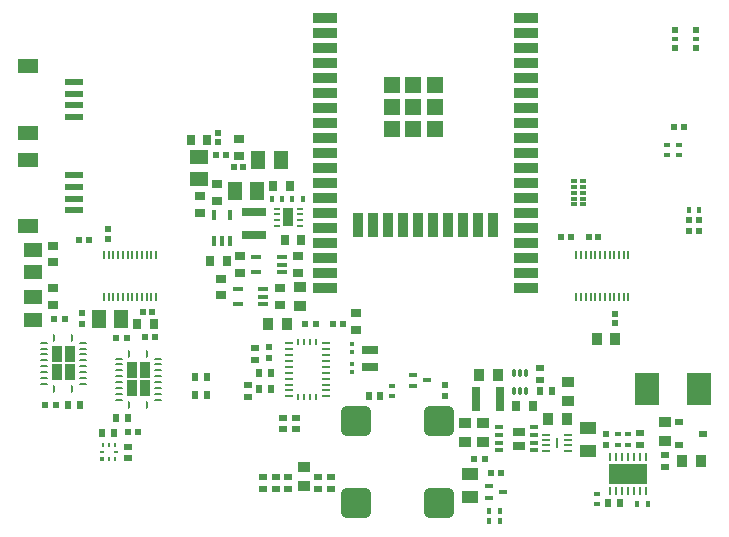
<source format=gtp>
G04*
G04 #@! TF.GenerationSoftware,Altium Limited,Altium Designer,20.0.13 (296)*
G04*
G04 Layer_Color=8421504*
%FSLAX44Y44*%
%MOMM*%
G71*
G01*
G75*
%ADD18R,0.3200X0.4000*%
%ADD19R,0.2200X0.4000*%
%ADD20R,0.4000X0.2200*%
%ADD21R,0.9750X0.7000*%
%ADD22R,0.9200X1.3300*%
%ADD23R,3.3000X1.7000*%
%ADD24R,0.2500X0.7000*%
%ADD25R,0.5500X0.4500*%
%ADD26R,1.4000X1.0500*%
%ADD27R,0.6500X0.5500*%
%ADD28R,0.4500X0.5500*%
%ADD29R,0.9000X1.0000*%
%ADD30R,1.0000X0.9000*%
%ADD31R,0.6200X0.6200*%
%ADD32R,0.5500X0.6500*%
%ADD33R,0.7100X0.3000*%
G04:AMPARAMS|DCode=34|XSize=2.5mm|YSize=2.5mm|CornerRadius=0.4125mm|HoleSize=0mm|Usage=FLASHONLY|Rotation=270.000|XOffset=0mm|YOffset=0mm|HoleType=Round|Shape=RoundedRectangle|*
%AMROUNDEDRECTD34*
21,1,2.5000,1.6750,0,0,270.0*
21,1,1.6750,2.5000,0,0,270.0*
1,1,0.8250,-0.8375,-0.8375*
1,1,0.8250,-0.8375,0.8375*
1,1,0.8250,0.8375,0.8375*
1,1,0.8250,0.8375,-0.8375*
%
%ADD34ROUNDEDRECTD34*%
%ADD35R,0.6200X0.6200*%
%ADD36R,0.7366X0.5588*%
%ADD37R,0.6600X0.4200*%
%ADD38R,0.2400X0.9700*%
%ADD39R,0.7000X0.2500*%
%ADD40R,0.9000X0.7000*%
%ADD41R,0.5200X0.5200*%
%ADD42R,1.5000X1.3000*%
%ADD43R,1.3000X1.5000*%
G04:AMPARAMS|DCode=44|XSize=0.24mm|YSize=0.6mm|CornerRadius=0.06mm|HoleSize=0mm|Usage=FLASHONLY|Rotation=90.000|XOffset=0mm|YOffset=0mm|HoleType=Round|Shape=RoundedRectangle|*
%AMROUNDEDRECTD44*
21,1,0.2400,0.4800,0,0,90.0*
21,1,0.1200,0.6000,0,0,90.0*
1,1,0.1200,0.2400,0.0600*
1,1,0.1200,0.2400,-0.0600*
1,1,0.1200,-0.2400,-0.0600*
1,1,0.1200,-0.2400,0.0600*
%
%ADD44ROUNDEDRECTD44*%
G04:AMPARAMS|DCode=45|XSize=0.25mm|YSize=0.65mm|CornerRadius=0.0625mm|HoleSize=0mm|Usage=FLASHONLY|Rotation=0.000|XOffset=0mm|YOffset=0mm|HoleType=Round|Shape=RoundedRectangle|*
%AMROUNDEDRECTD45*
21,1,0.2500,0.5250,0,0,0.0*
21,1,0.1250,0.6500,0,0,0.0*
1,1,0.1250,0.0625,-0.2625*
1,1,0.1250,-0.0625,-0.2625*
1,1,0.1250,-0.0625,0.2625*
1,1,0.1250,0.0625,0.2625*
%
%ADD45ROUNDEDRECTD45*%
%ADD46R,0.8500X0.3500*%
%ADD47R,0.5000X0.2800*%
%ADD48R,0.9000X1.6000*%
%ADD49R,0.3500X0.8500*%
%ADD50R,0.8000X2.0000*%
%ADD51R,2.0000X0.8000*%
%ADD52R,0.1500X0.6500*%
%ADD53R,0.5500X0.3000*%
%ADD54R,0.5500X0.4000*%
%ADD55R,0.4200X0.4600*%
%ADD56R,0.7000X0.9000*%
%ADD57R,0.5200X0.5200*%
G04:AMPARAMS|DCode=58|XSize=0.3mm|YSize=0.67mm|CornerRadius=0.0495mm|HoleSize=0mm|Usage=FLASHONLY|Rotation=0.000|XOffset=0mm|YOffset=0mm|HoleType=Round|Shape=RoundedRectangle|*
%AMROUNDEDRECTD58*
21,1,0.3000,0.5710,0,0,0.0*
21,1,0.2010,0.6700,0,0,0.0*
1,1,0.0990,0.1005,-0.2855*
1,1,0.0990,-0.1005,-0.2855*
1,1,0.0990,-0.1005,0.2855*
1,1,0.0990,0.1005,0.2855*
%
%ADD58ROUNDEDRECTD58*%
%ADD59R,1.3300X1.3300*%
%ADD60R,0.9000X2.0000*%
%ADD61R,2.0000X0.9000*%
%ADD62R,0.6000X0.6000*%
%ADD63R,0.6000X0.4000*%
%ADD64R,0.2500X0.5750*%
%ADD65R,0.6750X0.2500*%
%ADD66R,1.4000X0.7500*%
%ADD67R,1.8000X1.2000*%
%ADD68R,1.5500X0.6000*%
%ADD69R,2.1590X2.7430*%
G36*
X363000Y369300D02*
X349700D01*
Y382600D01*
X363000D01*
Y369300D01*
D02*
G37*
G36*
X344650D02*
X331350D01*
Y382600D01*
X344650D01*
Y369300D01*
D02*
G37*
G36*
X326300D02*
X313000D01*
Y382600D01*
X326300D01*
Y369300D01*
D02*
G37*
G36*
X363000Y350950D02*
X349700D01*
Y364250D01*
X363000D01*
Y350950D01*
D02*
G37*
G36*
X344650D02*
X331350D01*
Y364250D01*
X344650D01*
Y350950D01*
D02*
G37*
G36*
X326300D02*
X313000D01*
Y364250D01*
X326300D01*
Y350950D01*
D02*
G37*
G36*
X363000Y332600D02*
X349700D01*
Y345900D01*
X363000D01*
Y332600D01*
D02*
G37*
G36*
X344650D02*
X331350D01*
Y345900D01*
X344650D01*
Y332600D01*
D02*
G37*
G36*
X326300D02*
X313000D01*
Y345900D01*
X326300D01*
Y332600D01*
D02*
G37*
D18*
X74500Y59460D02*
D03*
D19*
X80000Y59460D02*
D03*
X85000D02*
D03*
Y71460D02*
D03*
X80000D02*
D03*
X75000D02*
D03*
D20*
X74000Y65460D02*
D03*
X86000Y65460D02*
D03*
D21*
X427125Y70753D02*
D03*
X427125Y82247D02*
D03*
D22*
X47100Y148200D02*
D03*
X35900D02*
D03*
X47100Y132800D02*
D03*
X35900D02*
D03*
X110600Y134700D02*
D03*
X99400D02*
D03*
X110600Y119300D02*
D03*
X99400D02*
D03*
D23*
X519500Y46500D02*
D03*
D24*
X504500Y32000D02*
D03*
X509500D02*
D03*
X514500D02*
D03*
X519500D02*
D03*
X524500D02*
D03*
X529500D02*
D03*
X534500D02*
D03*
X504500Y61000D02*
D03*
X509500D02*
D03*
X514500D02*
D03*
X519500D02*
D03*
X524500D02*
D03*
X529500D02*
D03*
X534500D02*
D03*
D25*
X319500Y121500D02*
D03*
Y112500D02*
D03*
X511500Y80500D02*
D03*
Y71500D02*
D03*
X520000Y80500D02*
D03*
Y71500D02*
D03*
X493000Y30000D02*
D03*
Y21000D02*
D03*
X552993Y325493D02*
D03*
Y316493D02*
D03*
X562993Y325493D02*
D03*
Y316493D02*
D03*
D26*
X385500Y27500D02*
D03*
Y46500D02*
D03*
X485500Y85500D02*
D03*
Y66500D02*
D03*
D27*
X529500Y71500D02*
D03*
Y81500D02*
D03*
X210500Y34000D02*
D03*
Y44000D02*
D03*
X96000Y70000D02*
D03*
Y60000D02*
D03*
X197500Y122000D02*
D03*
Y112000D02*
D03*
X221500Y44000D02*
D03*
Y34000D02*
D03*
X232000Y44000D02*
D03*
Y34000D02*
D03*
X257500Y44000D02*
D03*
Y34000D02*
D03*
X268000Y44000D02*
D03*
Y34000D02*
D03*
X551000Y53000D02*
D03*
Y63000D02*
D03*
X238593Y94569D02*
D03*
Y84569D02*
D03*
X227928Y94569D02*
D03*
Y84569D02*
D03*
X204216Y143392D02*
D03*
Y153392D02*
D03*
X445250Y136250D02*
D03*
Y126250D02*
D03*
D28*
X527500Y21500D02*
D03*
X536500D02*
D03*
X411000Y15500D02*
D03*
X402000D02*
D03*
X411000Y7000D02*
D03*
X402000D02*
D03*
X571086Y270268D02*
D03*
X580086D02*
D03*
X235500Y280000D02*
D03*
X244500D02*
D03*
X218000D02*
D03*
X227000D02*
D03*
D29*
X581500Y57500D02*
D03*
X565500D02*
D03*
X509000Y161000D02*
D03*
X493000D02*
D03*
X468000Y93500D02*
D03*
X452000D02*
D03*
X215000Y174000D02*
D03*
X231000D02*
D03*
X393520Y130701D02*
D03*
X409520D02*
D03*
D30*
X551000Y90500D02*
D03*
Y74500D02*
D03*
X245000Y36500D02*
D03*
Y52500D02*
D03*
X397250Y74000D02*
D03*
Y90000D02*
D03*
X382000Y74000D02*
D03*
Y90000D02*
D03*
X468500Y108500D02*
D03*
Y124500D02*
D03*
X242000Y189000D02*
D03*
Y205000D02*
D03*
D31*
X501000Y80500D02*
D03*
Y71500D02*
D03*
X365000Y122000D02*
D03*
Y113000D02*
D03*
X57150Y182792D02*
D03*
Y173792D02*
D03*
X216000Y145000D02*
D03*
Y154000D02*
D03*
D32*
X310000Y113000D02*
D03*
X300000D02*
D03*
X153309Y113500D02*
D03*
X163309D02*
D03*
X74500Y81500D02*
D03*
X84500D02*
D03*
X153000Y128500D02*
D03*
X163000D02*
D03*
X512500Y22000D02*
D03*
X502500D02*
D03*
X45500Y105000D02*
D03*
X55500D02*
D03*
X86000Y94000D02*
D03*
X96000D02*
D03*
X445000Y117000D02*
D03*
X455000D02*
D03*
X217598Y132390D02*
D03*
X207598D02*
D03*
X217500Y118420D02*
D03*
X207500D02*
D03*
D33*
X349700Y125950D02*
D03*
X337500Y120950D02*
D03*
Y130950D02*
D03*
X401900Y36500D02*
D03*
Y26500D02*
D03*
X414100Y31500D02*
D03*
D34*
X289500Y92000D02*
D03*
X359500D02*
D03*
X289500Y22000D02*
D03*
X359500D02*
D03*
D35*
X389500Y59500D02*
D03*
X398500D02*
D03*
X403500Y47500D02*
D03*
X412500D02*
D03*
X26000Y105000D02*
D03*
X35000D02*
D03*
X43000Y178000D02*
D03*
X34000D02*
D03*
X105000Y82500D02*
D03*
X96000D02*
D03*
X95432Y161854D02*
D03*
X86432D02*
D03*
X119490Y162362D02*
D03*
X110490D02*
D03*
X255500Y174000D02*
D03*
X246500D02*
D03*
X558364Y340162D02*
D03*
X567364D02*
D03*
D36*
X563094Y90525D02*
D03*
Y71475D02*
D03*
X582906Y81000D02*
D03*
D37*
X410300Y86250D02*
D03*
Y79750D02*
D03*
Y73250D02*
D03*
Y66750D02*
D03*
X439700D02*
D03*
Y73250D02*
D03*
Y79750D02*
D03*
Y86250D02*
D03*
D38*
X459750Y73250D02*
D03*
D39*
X469000Y80000D02*
D03*
Y75500D02*
D03*
Y71000D02*
D03*
Y66500D02*
D03*
X450500D02*
D03*
Y71000D02*
D03*
Y75500D02*
D03*
Y80000D02*
D03*
D40*
X289500Y169000D02*
D03*
Y183000D02*
D03*
X175000Y198000D02*
D03*
Y212000D02*
D03*
X225000Y204000D02*
D03*
Y190000D02*
D03*
X33000Y226000D02*
D03*
Y240000D02*
D03*
X33000Y204000D02*
D03*
Y190000D02*
D03*
X157000Y282000D02*
D03*
Y268000D02*
D03*
X191000Y217000D02*
D03*
Y231000D02*
D03*
X240000Y231000D02*
D03*
Y217000D02*
D03*
X190000Y316000D02*
D03*
Y330000D02*
D03*
X172000Y292000D02*
D03*
Y278000D02*
D03*
D41*
X270000Y174000D02*
D03*
X278000D02*
D03*
X579586Y261632D02*
D03*
X571586D02*
D03*
X579513Y252819D02*
D03*
X571513D02*
D03*
X116776Y183698D02*
D03*
X108776D02*
D03*
X55000Y245000D02*
D03*
X63000D02*
D03*
X463000Y247000D02*
D03*
X471000D02*
D03*
X494500Y247500D02*
D03*
X486500D02*
D03*
X194014Y306844D02*
D03*
X186014D02*
D03*
X179000Y317000D02*
D03*
X171000D02*
D03*
D42*
X16000Y177500D02*
D03*
Y196500D02*
D03*
Y217500D02*
D03*
Y236500D02*
D03*
X156000Y296500D02*
D03*
Y315500D02*
D03*
D43*
X71526Y177602D02*
D03*
X90526D02*
D03*
X205500Y286000D02*
D03*
X186500D02*
D03*
X225500Y313000D02*
D03*
X206500D02*
D03*
D44*
X25000Y158000D02*
D03*
Y153000D02*
D03*
Y148000D02*
D03*
Y143000D02*
D03*
Y138000D02*
D03*
Y133000D02*
D03*
Y128000D02*
D03*
X58000Y123000D02*
D03*
Y128000D02*
D03*
Y133000D02*
D03*
Y138000D02*
D03*
Y143000D02*
D03*
Y148000D02*
D03*
Y153000D02*
D03*
X25000Y123000D02*
D03*
X58000Y158000D02*
D03*
X88500Y144500D02*
D03*
Y139500D02*
D03*
Y134500D02*
D03*
Y129500D02*
D03*
Y124500D02*
D03*
Y119500D02*
D03*
Y114500D02*
D03*
X121500Y109500D02*
D03*
Y114500D02*
D03*
Y119500D02*
D03*
Y124500D02*
D03*
Y129500D02*
D03*
Y134500D02*
D03*
Y139500D02*
D03*
X88500Y109500D02*
D03*
X121500Y144500D02*
D03*
D45*
X49000Y162000D02*
D03*
X34000D02*
D03*
X49000Y119000D02*
D03*
X34000D02*
D03*
X112500Y148500D02*
D03*
X97500D02*
D03*
X112500Y105500D02*
D03*
X97500D02*
D03*
D46*
X189000Y203500D02*
D03*
X211000D02*
D03*
X189000Y190500D02*
D03*
X211000D02*
D03*
Y197000D02*
D03*
X227000Y224000D02*
D03*
Y217500D02*
D03*
X205000D02*
D03*
X227000Y230500D02*
D03*
X205000D02*
D03*
D47*
X222500Y271500D02*
D03*
Y266500D02*
D03*
Y261500D02*
D03*
Y256500D02*
D03*
X241500Y271500D02*
D03*
Y266500D02*
D03*
Y261500D02*
D03*
Y256500D02*
D03*
D48*
X232000Y264000D02*
D03*
D49*
X182500Y266000D02*
D03*
Y244000D02*
D03*
X169500Y266000D02*
D03*
Y244000D02*
D03*
X176000D02*
D03*
D50*
X391008Y110381D02*
D03*
X411008D02*
D03*
D51*
X203000Y269000D02*
D03*
Y249000D02*
D03*
D52*
X76000Y232130D02*
D03*
X80000D02*
D03*
X84000D02*
D03*
X88000D02*
D03*
X92000D02*
D03*
X96000D02*
D03*
X100000D02*
D03*
X104000D02*
D03*
X108000D02*
D03*
X112000D02*
D03*
X116000D02*
D03*
X120000D02*
D03*
X76000Y196630D02*
D03*
X80000D02*
D03*
X84000D02*
D03*
X88000D02*
D03*
X92000D02*
D03*
X96000D02*
D03*
X100000D02*
D03*
X104000D02*
D03*
X108000D02*
D03*
X112000D02*
D03*
X116000D02*
D03*
X120000D02*
D03*
X476000Y232130D02*
D03*
X480000D02*
D03*
X484000D02*
D03*
X488000D02*
D03*
X492000D02*
D03*
X496000D02*
D03*
X500000D02*
D03*
X504000D02*
D03*
X508000D02*
D03*
X512000D02*
D03*
X516000D02*
D03*
X520000D02*
D03*
X476000Y196630D02*
D03*
X480000D02*
D03*
X484000D02*
D03*
X488000D02*
D03*
X492000D02*
D03*
X496000D02*
D03*
X500000D02*
D03*
X504000D02*
D03*
X508000D02*
D03*
X512000D02*
D03*
X516000D02*
D03*
X520000D02*
D03*
D53*
X481900Y275000D02*
D03*
Y280000D02*
D03*
Y290000D02*
D03*
Y295000D02*
D03*
X474100D02*
D03*
Y290000D02*
D03*
Y280000D02*
D03*
Y275000D02*
D03*
D54*
X481900Y285000D02*
D03*
X474100D02*
D03*
D55*
X286250Y156500D02*
D03*
Y149900D02*
D03*
X286250Y132900D02*
D03*
Y139500D02*
D03*
D56*
X103998Y174046D02*
D03*
X117998D02*
D03*
X219473Y290456D02*
D03*
X233473D02*
D03*
X229000Y245000D02*
D03*
X243000D02*
D03*
X166000Y227000D02*
D03*
X180000D02*
D03*
X439000Y104000D02*
D03*
X425000D02*
D03*
X163486Y329704D02*
D03*
X149486D02*
D03*
D57*
X79000Y254000D02*
D03*
Y246000D02*
D03*
X509000Y174500D02*
D03*
Y182500D02*
D03*
X172900Y335500D02*
D03*
Y327500D02*
D03*
D58*
X432969Y117216D02*
D03*
X422969D02*
D03*
Y132016D02*
D03*
X427969D02*
D03*
X432969D02*
D03*
X427969Y117216D02*
D03*
D59*
X338000Y339250D02*
D03*
X319650D02*
D03*
X356350Y357600D02*
D03*
X338000D02*
D03*
X319650D02*
D03*
X356350Y375950D02*
D03*
X338000D02*
D03*
X319650D02*
D03*
X356350Y339250D02*
D03*
D60*
X405150Y257500D02*
D03*
X392450D02*
D03*
X379750D02*
D03*
X367050D02*
D03*
X354350D02*
D03*
X341650D02*
D03*
X328950D02*
D03*
X316250D02*
D03*
X303550D02*
D03*
X290850D02*
D03*
D61*
X263000Y267500D02*
D03*
Y280200D02*
D03*
Y292900D02*
D03*
Y305600D02*
D03*
Y318300D02*
D03*
Y331000D02*
D03*
Y343700D02*
D03*
Y356400D02*
D03*
Y369100D02*
D03*
Y381800D02*
D03*
Y394500D02*
D03*
Y407200D02*
D03*
Y419900D02*
D03*
Y432600D02*
D03*
X433000D02*
D03*
Y419900D02*
D03*
Y407200D02*
D03*
Y394500D02*
D03*
Y381800D02*
D03*
Y369100D02*
D03*
Y356400D02*
D03*
Y343700D02*
D03*
Y331000D02*
D03*
Y318300D02*
D03*
Y305600D02*
D03*
Y292900D02*
D03*
Y280200D02*
D03*
Y267500D02*
D03*
Y242100D02*
D03*
Y229400D02*
D03*
Y216700D02*
D03*
Y204000D02*
D03*
X263000D02*
D03*
Y216700D02*
D03*
Y229400D02*
D03*
Y242100D02*
D03*
Y254800D02*
D03*
X433000D02*
D03*
D62*
X577000Y422500D02*
D03*
Y407500D02*
D03*
X559000D02*
D03*
Y422500D02*
D03*
D63*
X577000Y415000D02*
D03*
X559000D02*
D03*
D64*
X240500Y158125D02*
D03*
X245500D02*
D03*
X250500D02*
D03*
X255500D02*
D03*
Y111875D02*
D03*
X250500D02*
D03*
X245500D02*
D03*
X240500D02*
D03*
D65*
X232375Y112500D02*
D03*
Y117500D02*
D03*
Y122500D02*
D03*
Y127500D02*
D03*
Y132500D02*
D03*
Y137500D02*
D03*
Y142500D02*
D03*
Y147500D02*
D03*
Y152500D02*
D03*
Y157500D02*
D03*
X263625Y152500D02*
D03*
Y147500D02*
D03*
Y142500D02*
D03*
Y137500D02*
D03*
Y132500D02*
D03*
Y127500D02*
D03*
Y122500D02*
D03*
Y117500D02*
D03*
Y112500D02*
D03*
Y157500D02*
D03*
D66*
X301500Y151750D02*
D03*
Y137150D02*
D03*
D67*
X11625Y257000D02*
D03*
Y313000D02*
D03*
Y335800D02*
D03*
Y391800D02*
D03*
D68*
X50375Y300000D02*
D03*
Y290000D02*
D03*
Y280000D02*
D03*
Y270000D02*
D03*
Y378800D02*
D03*
Y368800D02*
D03*
Y358800D02*
D03*
Y348800D02*
D03*
D69*
X580100Y118500D02*
D03*
X535900D02*
D03*
M02*

</source>
